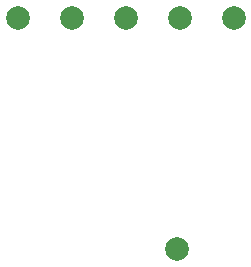
<source format=gbr>
G04 #@! TF.FileFunction,Soldermask,Bot*
%FSLAX46Y46*%
G04 Gerber Fmt 4.6, Leading zero omitted, Abs format (unit mm)*
G04 Created by KiCad (PCBNEW 4.0.7) date 11/11/17 18:30:26*
%MOMM*%
%LPD*%
G01*
G04 APERTURE LIST*
%ADD10C,0.100000*%
%ADD11C,2.000000*%
G04 APERTURE END LIST*
D10*
D11*
X82042000Y-72898000D03*
X77470000Y-72898000D03*
X72898000Y-72898000D03*
X68326000Y-72898000D03*
X63754000Y-72898000D03*
X77216000Y-92456000D03*
M02*

</source>
